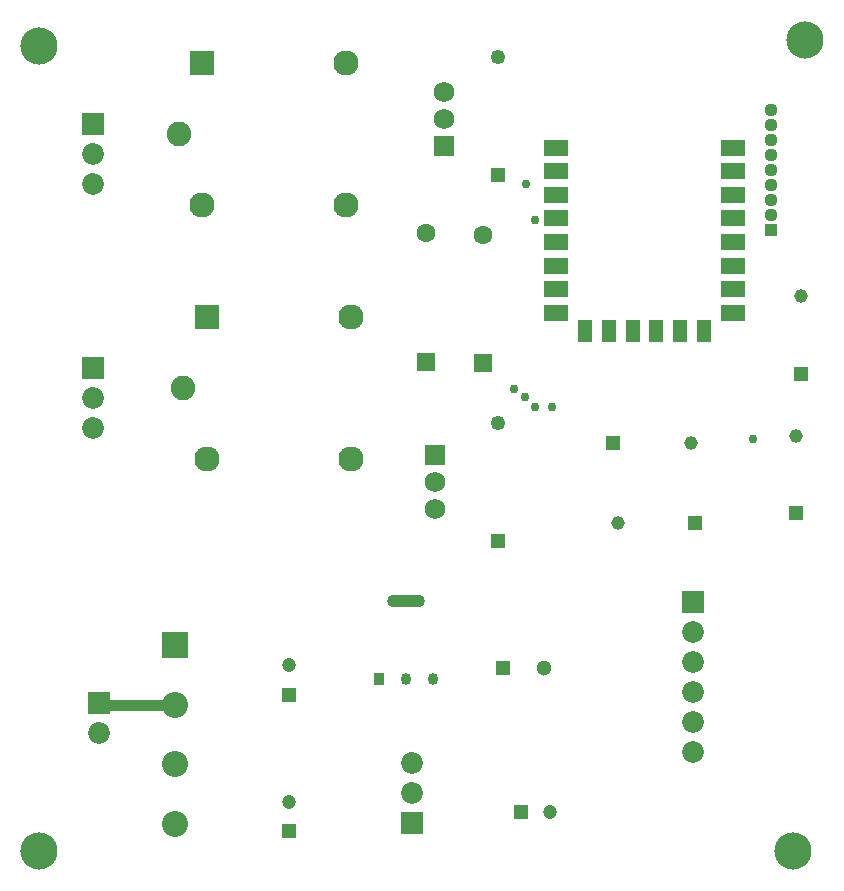
<source format=gts>
G04*
G04 #@! TF.GenerationSoftware,Altium Limited,Altium Designer,24.1.2 (44)*
G04*
G04 Layer_Color=8388736*
%FSLAX44Y44*%
%MOMM*%
G71*
G04*
G04 #@! TF.SameCoordinates,B745F531-A7CA-4E96-B01F-91F4E74D0D5B*
G04*
G04*
G04 #@! TF.FilePolarity,Negative*
G04*
G01*
G75*
G04:AMPARAMS|DCode=19|XSize=1.0043mm|YSize=3.1821mm|CornerRadius=0.4369mm|HoleSize=0mm|Usage=FLASHONLY|Rotation=90.000|XOffset=0mm|YOffset=0mm|HoleType=Round|Shape=RoundedRectangle|*
%AMROUNDEDRECTD19*
21,1,1.0043,2.3084,0,0,90.0*
21,1,0.1306,3.1821,0,0,90.0*
1,1,0.8737,1.1542,0.0653*
1,1,0.8737,1.1542,-0.0653*
1,1,0.8737,-1.1542,-0.0653*
1,1,0.8737,-1.1542,0.0653*
%
%ADD19ROUNDEDRECTD19*%
G04:AMPARAMS|DCode=20|XSize=1.0043mm|YSize=0.8721mm|CornerRadius=0.4361mm|HoleSize=0mm|Usage=FLASHONLY|Rotation=90.000|XOffset=0mm|YOffset=0mm|HoleType=Round|Shape=RoundedRectangle|*
%AMROUNDEDRECTD20*
21,1,1.0043,0.0000,0,0,90.0*
21,1,0.1322,0.8721,0,0,90.0*
1,1,0.8721,0.0000,0.0661*
1,1,0.8721,0.0000,-0.0661*
1,1,0.8721,0.0000,-0.0661*
1,1,0.8721,0.0000,0.0661*
%
%ADD20ROUNDEDRECTD20*%
%ADD21R,0.8721X1.0043*%
%ADD22R,2.1500X1.3500*%
%ADD23R,1.2500X1.8500*%
%ADD24C,0.9000*%
%ADD25R,2.2050X2.2050*%
%ADD26C,2.2050*%
%ADD27R,2.1300X2.1300*%
%ADD28C,2.0850*%
%ADD29C,2.1300*%
%ADD30C,1.6000*%
%ADD31R,1.6000X1.6000*%
%ADD32R,1.8500X1.8500*%
%ADD33C,1.8500*%
%ADD34C,1.1200*%
%ADD35R,1.1200X1.1200*%
%ADD36C,1.8400*%
%ADD37R,1.8400X1.8400*%
%ADD38C,1.3000*%
%ADD39R,1.3000X1.3000*%
%ADD40C,1.2000*%
%ADD41R,1.2000X1.2000*%
%ADD42R,1.2000X1.2000*%
%ADD43C,1.1500*%
%ADD44R,1.1500X1.1500*%
%ADD45R,1.1500X1.1500*%
%ADD46C,1.2500*%
%ADD47R,1.2500X1.2500*%
%ADD48C,1.7500*%
%ADD49R,1.7500X1.7500*%
%ADD50C,0.7500*%
%ADD51C,3.1500*%
D19*
X334010Y236150D02*
D03*
D20*
X356910Y170250D02*
D03*
X334010D02*
D03*
D21*
X311110D02*
D03*
D22*
X460780Y619820D02*
D03*
Y599820D02*
D03*
Y579820D02*
D03*
Y559820D02*
D03*
Y539820D02*
D03*
Y519820D02*
D03*
Y499820D02*
D03*
Y479820D02*
D03*
X610780D02*
D03*
Y499820D02*
D03*
Y519820D02*
D03*
Y539820D02*
D03*
Y559820D02*
D03*
Y579820D02*
D03*
Y599820D02*
D03*
Y619820D02*
D03*
D23*
X485780Y464820D02*
D03*
X505780D02*
D03*
X525780D02*
D03*
X545780D02*
D03*
X565780D02*
D03*
X585780D02*
D03*
D24*
X75230Y148290D02*
X138430D01*
D25*
Y198790D02*
D03*
D26*
Y148290D02*
D03*
Y97790D02*
D03*
Y47290D02*
D03*
D27*
X165060Y476560D02*
D03*
X161250Y691190D02*
D03*
D28*
X145060Y416560D02*
D03*
X141250Y631190D02*
D03*
D29*
X165060Y356560D02*
D03*
X287060D02*
D03*
Y476560D02*
D03*
X161250Y571190D02*
D03*
X283250D02*
D03*
Y691190D02*
D03*
D30*
X350520Y547140D02*
D03*
X398780Y545870D02*
D03*
D31*
X350520Y438380D02*
D03*
X398780Y437110D02*
D03*
D32*
X73660Y149860D02*
D03*
X68580Y640080D02*
D03*
Y433070D02*
D03*
X339090Y48260D02*
D03*
D33*
X73660Y124460D02*
D03*
X68580Y614680D02*
D03*
Y589280D02*
D03*
Y407670D02*
D03*
Y382270D02*
D03*
X339090Y99060D02*
D03*
Y73660D02*
D03*
D34*
X642747Y651510D02*
D03*
Y638810D02*
D03*
Y626110D02*
D03*
Y613410D02*
D03*
Y600710D02*
D03*
Y588010D02*
D03*
Y575310D02*
D03*
Y562610D02*
D03*
D35*
Y549910D02*
D03*
D36*
X576580Y107950D02*
D03*
Y133350D02*
D03*
Y158750D02*
D03*
Y184150D02*
D03*
Y209550D02*
D03*
D37*
Y234950D02*
D03*
D38*
X450850Y179070D02*
D03*
D39*
X415850D02*
D03*
D40*
X455930Y57150D02*
D03*
X234950Y65840D02*
D03*
Y181410D02*
D03*
D41*
X430930Y57150D02*
D03*
D42*
X234950Y40840D02*
D03*
Y156410D02*
D03*
D43*
X668020Y493810D02*
D03*
X575090Y369570D02*
D03*
X513300Y302260D02*
D03*
X664210Y375700D02*
D03*
D44*
X668020Y428210D02*
D03*
X664210Y310100D02*
D03*
D45*
X509490Y369570D02*
D03*
X578900Y302260D02*
D03*
D46*
X411480Y696430D02*
D03*
Y386550D02*
D03*
D47*
Y596430D02*
D03*
Y286550D02*
D03*
D48*
X365760Y666790D02*
D03*
Y643890D02*
D03*
X358140Y313650D02*
D03*
Y336550D02*
D03*
D49*
X365760Y620990D02*
D03*
X358140Y359450D02*
D03*
D50*
X457200Y400050D02*
D03*
X443230D02*
D03*
X425450Y415290D02*
D03*
X434340Y408940D02*
D03*
X443230Y558800D02*
D03*
X435610Y589280D02*
D03*
X627380Y373380D02*
D03*
D51*
X22860Y24130D02*
D03*
Y706120D02*
D03*
X661670Y24130D02*
D03*
X671830Y711200D02*
D03*
M02*

</source>
